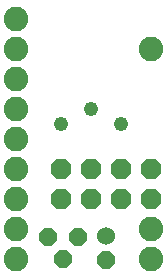
<source format=gts>
G75*
%MOIN*%
%OFA0B0*%
%FSLAX25Y25*%
%IPPOS*%
%LPD*%
%AMOC8*
5,1,8,0,0,1.08239X$1,22.5*
%
%ADD10OC8,0.06800*%
%ADD11C,0.08200*%
%ADD12OC8,0.06000*%
%ADD13C,0.06000*%
%ADD14C,0.04762*%
D10*
X0021576Y0027550D03*
X0021576Y0037550D03*
X0031576Y0037550D03*
X0031576Y0027550D03*
X0041576Y0027550D03*
X0041576Y0037550D03*
X0051576Y0037550D03*
X0051576Y0027550D03*
D11*
X0006576Y0007550D03*
X0006576Y0017550D03*
X0006576Y0027550D03*
X0006576Y0037550D03*
X0006576Y0047550D03*
X0006576Y0057550D03*
X0006576Y0067550D03*
X0006576Y0077550D03*
X0006576Y0087550D03*
X0051576Y0077550D03*
X0051576Y0017550D03*
X0051576Y0007550D03*
D12*
X0036576Y0007300D03*
X0027201Y0015050D03*
X0022201Y0007550D03*
X0017201Y0015050D03*
D13*
X0036576Y0015300D03*
D14*
X0041576Y0052550D03*
X0031576Y0057550D03*
X0021576Y0052550D03*
M02*

</source>
